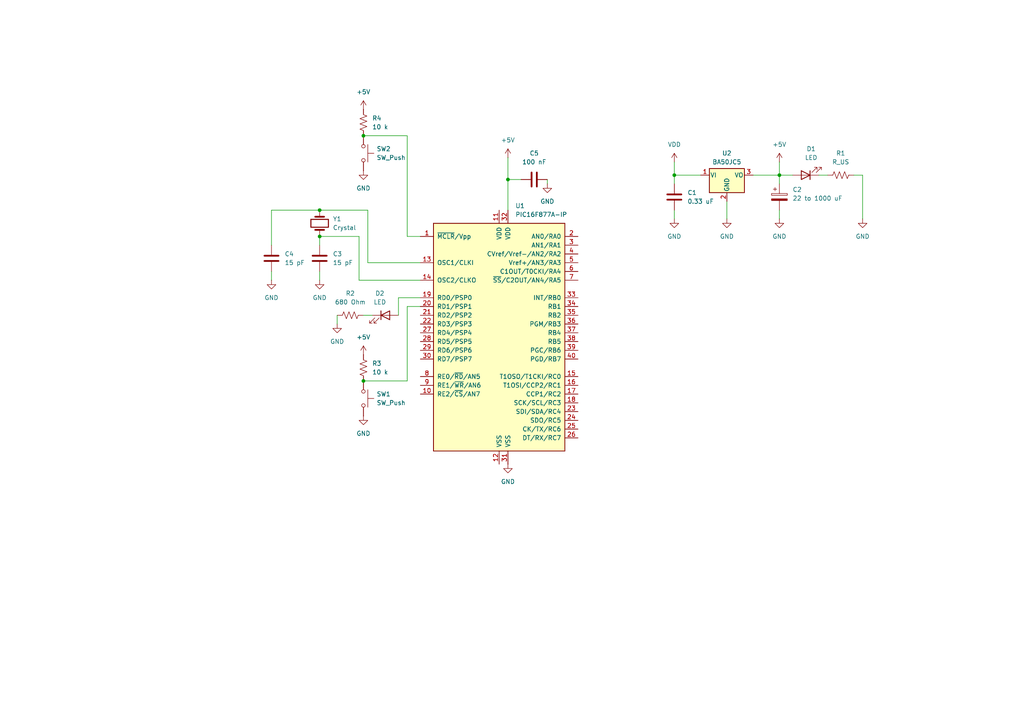
<source format=kicad_sch>
(kicad_sch (version 20250114) (generator "eeschema") (generator_version "9.0")
  (paper "A4")
  (lib_symbols
    (symbol "Device:C" (pin_numbers (hide yes)) (pin_names (offset 0.254))
      (property "Reference" "C" (at 0.635 2.54 0))
      (property "Value" "C" (at 0.635 -2.54 0))
      (symbol "C_0_1"
        (polyline (pts (xy -2.032 0.762) (xy 2.032 0.762)) (stroke (width 0.508)))
        (polyline (pts (xy -2.032 -0.762) (xy 2.032 -0.762)) (stroke (width 0.508)))
      )
      (symbol "C_1_1"
        (pin passive line (at 0 3.81 270) (length 2.794) (name "~") (number "1"))
        (pin passive line (at 0 -3.81 90) (length 2.794) (name "~") (number "2"))
      )
    )
    (symbol "Device:C_Polarized" (pin_numbers (hide yes)) (pin_names (offset 0.254))
      (property "Reference" "C" (at 0.635 2.54 0))
      (property "Value" "C_Polarized" (at 0.635 -2.54 0))
      (symbol "C_Polarized_0_1"
        (rectangle (start -2.286 0.508) (end 2.286 1.016))
        (polyline (pts (xy -1.778 2.286) (xy -0.762 2.286)))
        (polyline (pts (xy -1.27 2.794) (xy -1.27 1.778)))
        (rectangle (start 2.286 -0.508) (end -2.286 -1.016) (fill (type outline)))
      )
      (symbol "C_Polarized_1_1"
        (pin passive line (at 0 3.81 270) (length 2.794) (name "~") (number "1"))
        (pin passive line (at 0 -3.81 90) (length 2.794) (name "~") (number "2"))
      )
    )
    (symbol "Device:Crystal" (pin_numbers (hide yes)) (pin_names (offset 1.016) (hide yes))
      (property "Reference" "Y" (at 0 3.81 0))
      (property "Value" "Crystal" (at 0 -3.81 0))
      (symbol "Crystal_0_1"
        (polyline (pts (xy -2.54 0) (xy -1.905 0)))
        (polyline (pts (xy -1.905 -1.27) (xy -1.905 1.27)) (stroke (width 0.508)))
        (rectangle (start -1.143 2.54) (end 1.143 -2.54) (stroke (width 0.3048)))
        (polyline (pts (xy 1.905 -1.27) (xy 1.905 1.27)) (stroke (width 0.508)))
        (polyline (pts (xy 2.54 0) (xy 1.905 0)))
      )
      (symbol "Crystal_1_1"
        (pin passive line (at -3.81 0 0) (length 1.27) (name "1") (number "1"))
        (pin passive line (at 3.81 0 180) (length 1.27) (name "2") (number "2"))
      )
    )
    (symbol "Device:LED" (pin_numbers (hide yes)) (pin_names (offset 1.016) (hide yes))
      (property "Reference" "D" (at 0 2.54 0))
      (property "Value" "LED" (at 0 -2.54 0))
      (symbol "LED_0_1"
        (polyline (pts (xy -3.048 -0.762) (xy -4.572 -2.286) (xy -3.81 -2.286) (xy -4.572 -2.286) (xy -4.572 -1.524)))
        (polyline (pts (xy -1.778 -0.762) (xy -3.302 -2.286) (xy -2.54 -2.286) (xy -3.302 -2.286) (xy -3.302 -1.524)))
        (polyline (pts (xy -1.27 0) (xy 1.27 0)))
        (polyline (pts (xy -1.27 -1.27) (xy -1.27 1.27)) (stroke (width 0.254)))
        (polyline (pts (xy 1.27 -1.27) (xy 1.27 1.27) (xy -1.27 0) (xy 1.27 -1.27)) (stroke (width 0.254)))
      )
      (symbol "LED_1_1"
        (pin passive line (at -3.81 0 0) (length 2.54) (name "K") (number "1"))
        (pin passive line (at 3.81 0 180) (length 2.54) (name "A") (number "2"))
      )
    )
    (symbol "Device:R_US" (pin_numbers (hide yes)) (pin_names (offset 0))
      (property "Reference" "R" (at 2.54 0 90))
      (property "Value" "R_US" (at -2.54 0 90))
      (symbol "R_US_0_1"
        (polyline (pts (xy 0 2.286) (xy 0 2.54)))
        (polyline (pts (xy 0 2.286) (xy 1.016 1.905) (xy 0 1.524) (xy -1.016 1.143) (xy 0 0.762)))
        (polyline (pts (xy 0 0.762) (xy 1.016 0.381) (xy 0 0) (xy -1.016 -0.381) (xy 0 -0.762)))
        (polyline (pts (xy 0 -0.762) (xy 1.016 -1.143) (xy 0 -1.524) (xy -1.016 -1.905) (xy 0 -2.286)))
        (polyline (pts (xy 0 -2.286) (xy 0 -2.54)))
      )
      (symbol "R_US_1_1"
        (pin passive line (at 0 3.81 270) (length 1.27) (name "~") (number "1"))
        (pin passive line (at 0 -3.81 90) (length 1.27) (name "~") (number "2"))
      )
    )
    (symbol "MCU_Microchip_PIC16:PIC16F877A-IP" (pin_names (offset 1.016))
      (property "Reference" "U" (at 5.08 35.56 0))
      (property "Value" "PIC16F877A-IP" (at 5.08 33.02 0))
      (symbol "PIC16F877A-IP_0_1"
        (rectangle (start -19.05 31.75) (end 19.05 -34.29) (stroke (width 0.254)) (fill (type background)))
      )
      (symbol "PIC16F877A-IP_1_1"
        (pin input line (at -22.86 27.94 0) (length 3.81) (name "~{MCLR}/Vpp") (number "1"))
        (pin input line (at -22.86 20.32 0) (length 3.81) (name "OSC1/CLKI") (number "13"))
        (pin output line (at -22.86 15.24 0) (length 3.81) (name "OSC2/CLKO") (number "14"))
        (pin bidirectional line (at -22.86 10.16 0) (length 3.81) (name "RD0/PSP0") (number "19"))
        (pin bidirectional line (at -22.86 7.62 0) (length 3.81) (name "RD1/PSP1") (number "20"))
        (pin bidirectional line (at -22.86 5.08 0) (length 3.81) (name "RD2/PSP2") (number "21"))
        (pin bidirectional line (at -22.86 2.54 0) (length 3.81) (name "RD3/PSP3") (number "22"))
        (pin bidirectional line (at -22.86 0 0) (length 3.81) (name "RD4/PSP4") (number "27"))
        (pin bidirectional line (at -22.86 -2.54 0) (length 3.81) (name "RD5/PSP5") (number "28"))
        (pin bidirectional line (at -22.86 -5.08 0) (length 3.81) (name "RD6/PSP6") (number "29"))
        (pin bidirectional line (at -22.86 -7.62 0) (length 3.81) (name "RD7/PSP7") (number "30"))
        (pin bidirectional line (at -22.86 -12.7 0) (length 3.81) (name "RE0/~{RD}/AN5") (number "8"))
        (pin bidirectional line (at -22.86 -15.24 0) (length 3.81) (name "RE1/~{WR}/AN6") (number "9"))
        (pin bidirectional line (at -22.86 -17.78 0) (length 3.81) (name "RE2/~{CS}/AN7") (number "10"))
        (pin power_in line (at 0 35.56 270) (length 3.81) (name "VDD") (number "11"))
        (pin power_in line (at 0 -38.1 90) (length 3.81) (name "VSS") (number "12"))
        (pin power_in line (at 2.54 35.56 270) (length 3.81) (name "VDD") (number "32"))
        (pin power_in line (at 2.54 -38.1 90) (length 3.81) (name "VSS") (number "31"))
        (pin bidirectional line (at 22.86 27.94 180) (length 3.81) (name "AN0/RA0") (number "2"))
        (pin bidirectional line (at 22.86 25.4 180) (length 3.81) (name "AN1/RA1") (number "3"))
        (pin bidirectional line (at 22.86 22.86 180) (length 3.81) (name "CVref/Vref-/AN2/RA2") (number "4"))
        (pin bidirectional line (at 22.86 20.32 180) (length 3.81) (name "Vref+/AN3/RA3") (number "5"))
        (pin bidirectional line (at 22.86 17.78 180) (length 3.81) (name "C1OUT/T0CKI/RA4") (number "6"))
        (pin bidirectional line (at 22.86 15.24 180) (length 3.81) (name "~{SS}/C2OUT/AN4/RA5") (number "7"))
        (pin bidirectional line (at 22.86 10.16 180) (length 3.81) (name "INT/RB0") (number "33"))
        (pin bidirectional line (at 22.86 7.62 180) (length 3.81) (name "RB1") (number "34"))
        (pin bidirectional line (at 22.86 5.08 180) (length 3.81) (name "RB2") (number "35"))
        (pin bidirectional line (at 22.86 2.54 180) (length 3.81) (name "PGM/RB3") (number "36"))
        (pin bidirectional line (at 22.86 0 180) (length 3.81) (name "RB4") (number "37"))
        (pin bidirectional line (at 22.86 -2.54 180) (length 3.81) (name "RB5") (number "38"))
        (pin bidirectional line (at 22.86 -5.08 180) (length 3.81) (name "PGC/RB6") (number "39"))
        (pin bidirectional line (at 22.86 -7.62 180) (length 3.81) (name "PGD/RB7") (number "40"))
        (pin bidirectional line (at 22.86 -12.7 180) (length 3.81) (name "T1OSO/T1CKI/RC0") (number "15"))
        (pin bidirectional line (at 22.86 -15.24 180) (length 3.81) (name "T1OSI/CCP2/RC1") (number "16"))
        (pin bidirectional line (at 22.86 -17.78 180) (length 3.81) (name "CCP1/RC2") (number "17"))
        (pin bidirectional line (at 22.86 -20.32 180) (length 3.81) (name "SCK/SCL/RC3") (number "18"))
        (pin bidirectional line (at 22.86 -22.86 180) (length 3.81) (name "SDI/SDA/RC4") (number "23"))
        (pin bidirectional line (at 22.86 -25.4 180) (length 3.81) (name "SDO/RC5") (number "24"))
        (pin bidirectional line (at 22.86 -27.94 180) (length 3.81) (name "CK/TX/RC6") (number "25"))
        (pin bidirectional line (at 22.86 -30.48 180) (length 3.81) (name "DT/RX/RC7") (number "26"))
      )
    )
    (symbol "Regulator_Linear:LM78M05_TO220" (pin_names (offset 0.254))
      (property "Reference" "U" (at -3.81 3.175 0))
      (property "Value" "LM78M05_TO220" (at 0 3.175 0))
      (symbol "LM78M05_TO220_0_1"
        (rectangle (start -5.08 1.905) (end 5.08 -5.08) (stroke (width 0.254)) (fill (type background)))
      )
      (symbol "LM78M05_TO220_1_1"
        (pin power_in line (at -7.62 0 0) (length 2.54) (name "VI") (number "1"))
        (pin power_in line (at 0 -7.62 90) (length 2.54) (name "GND") (number "2"))
        (pin power_out line (at 7.62 0 180) (length 2.54) (name "VO") (number "3"))
      )
    )
    (symbol "Switch:SW_Push" (pin_numbers (hide yes)) (pin_names (offset 1.016) (hide yes))
      (property "Reference" "SW" (at 1.27 2.54 0))
      (property "Value" "SW_Push" (at 0 -1.524 0))
      (symbol "SW_Push_0_1"
        (circle (center -2.032 0) (radius 0.508))
        (polyline (pts (xy 0 1.27) (xy 0 3.048)))
        (circle (center 2.032 0) (radius 0.508))
        (polyline (pts (xy 2.54 1.27) (xy -2.54 1.27)))
        (pin passive line (at -5.08 0 0) (length 2.54) (name "1") (number "1"))
        (pin passive line (at 5.08 0 180) (length 2.54) (name "2") (number "2"))
      )
    )
    (symbol "power:+5V" (power) (pin_numbers (hide yes)) (pin_names (offset 0) (hide yes))
      (property "Value" "+5V" (at 0 3.556 0))
      (symbol "+5V_0_1"
        (polyline (pts (xy -0.762 1.27) (xy 0 2.54)))
        (polyline (pts (xy 0 2.54) (xy 0.762 1.27)))
        (polyline (pts (xy 0 0) (xy 0 2.54)))
      )
      (symbol "+5V_1_1"
        (pin power_in line (at 0 0 90) (length 0) (name "~") (number "1"))
      )
    )
    (symbol "power:GND" (power) (pin_numbers (hide yes)) (pin_names (offset 0) (hide yes))
      (property "Value" "GND" (at 0 -3.81 0))
      (symbol "GND_0_1"
        (polyline (pts (xy 0 0) (xy 0 -1.27) (xy 1.27 -1.27) (xy 0 -2.54) (xy -1.27 -1.27) (xy 0 -1.27)))
      )
      (symbol "GND_1_1"
        (pin power_in line (at 0 0 270) (length 0) (name "~") (number "1"))
      )
    )
    (symbol "power:VDD" (power) (pin_numbers (hide yes)) (pin_names (offset 0) (hide yes))
      (property "Value" "VDD" (at 0 3.556 0))
      (symbol "VDD_0_1"
        (polyline (pts (xy -0.762 1.27) (xy 0 2.54)))
        (polyline (pts (xy 0 2.54) (xy 0.762 1.27)))
        (polyline (pts (xy 0 0) (xy 0 2.54)))
      )
      (symbol "VDD_1_1"
        (pin power_in line (at 0 0 90) (length 0) (name "~") (number "1"))
      )
    )
  )
  (junction (at 195.58 50.8))
  (junction (at 105.41 110.49))
  (junction (at 226.06 50.8))
  (junction (at 105.41 39.37))
  (junction (at 92.71 60.96))
  (junction (at 147.32 52.07))
  (junction (at 92.71 68.58))
  (wire (pts (xy 247.65 50.8) (xy 250.19 50.8)))
  (wire (pts (xy 78.74 60.96) (xy 92.71 60.96)))
  (wire (pts (xy 226.06 46.99) (xy 226.06 50.8)))
  (wire (pts (xy 105.41 39.37) (xy 118.11 39.37)))
  (wire (pts (xy 237.49 50.8) (xy 240.03 50.8)))
  (wire (pts (xy 104.14 68.58) (xy 92.71 68.58)))
  (wire (pts (xy 118.11 68.58) (xy 118.11 39.37)))
  (wire (pts (xy 106.68 60.96) (xy 106.68 76.2)))
  (wire (pts (xy 147.32 52.07) (xy 151.13 52.07)))
  (wire (pts (xy 226.06 60.96) (xy 226.06 63.5)))
  (wire (pts (xy 92.71 60.96) (xy 106.68 60.96)))
  (wire (pts (xy 121.92 68.58) (xy 118.11 68.58)))
  (wire (pts (xy 195.58 60.96) (xy 195.58 63.5)))
  (wire (pts (xy 97.79 91.44) (xy 97.79 93.98)))
  (wire (pts (xy 78.74 78.74) (xy 78.74 81.28)))
  (wire (pts (xy 78.74 71.12) (xy 78.74 60.96)))
  (wire (pts (xy 105.41 91.44) (xy 107.95 91.44)))
  (wire (pts (xy 104.14 81.28) (xy 121.92 81.28)))
  (wire (pts (xy 115.57 86.36) (xy 115.57 91.44)))
  (wire (pts (xy 104.14 68.58) (xy 104.14 81.28)))
  (wire (pts (xy 210.82 58.42) (xy 210.82 63.5)))
  (wire (pts (xy 92.71 78.74) (xy 92.71 81.28)))
  (wire (pts (xy 118.11 110.49) (xy 105.41 110.49)))
  (wire (pts (xy 106.68 76.2) (xy 121.92 76.2)))
  (wire (pts (xy 147.32 45.72) (xy 147.32 52.07)))
  (wire (pts (xy 121.92 86.36) (xy 115.57 86.36)))
  (wire (pts (xy 226.06 50.8) (xy 226.06 53.34)))
  (wire (pts (xy 195.58 46.99) (xy 195.58 50.8)))
  (wire (pts (xy 195.58 53.34) (xy 195.58 50.8)))
  (wire (pts (xy 158.75 52.07) (xy 158.75 53.34)))
  (wire (pts (xy 92.71 68.58) (xy 92.71 71.12)))
  (wire (pts (xy 147.32 52.07) (xy 147.32 60.96)))
  (wire (pts (xy 218.44 50.8) (xy 226.06 50.8)))
  (wire (pts (xy 121.92 88.9) (xy 118.11 88.9)))
  (wire (pts (xy 118.11 88.9) (xy 118.11 110.49)))
  (wire (pts (xy 195.58 50.8) (xy 203.2 50.8)))
  (wire (pts (xy 250.19 63.5) (xy 250.19 50.8)))
  (wire (pts (xy 226.06 50.8) (xy 229.87 50.8)))
  (symbol (lib_id "power:GND") (at 226.06 63.5 0) (unit 1)
    (property "Reference" "#PWR05" (effects (hide yes)))
    (property "Value" "GND" (at 226.06 68.58 0))
    (property "Description" "Power symbol creates a global label with name \"GND\" , ground" (effects (hide yes)))
  )
  (symbol (lib_id "Device:R_US") (at 105.41 106.68 0) (unit 1)
    (property "Reference" "R3" (at 107.95 105.4099 0) (effects (justify left)))
    (property "Value" "10 k" (at 107.95 107.9499 0) (effects (justify left)))
    (property "Description" "Resistor, US symbol" (effects (hide yes)))
  )
  (symbol (lib_id "Switch:SW_Push") (at 105.41 115.57 270) (unit 1)
    (property "Reference" "SW1" (at 109.22 114.2999 90) (effects (justify left)))
    (property "Value" "SW_Push" (at 109.22 116.8399 90) (effects (justify left)))
    (property "Description" "Push button switch, generic, two pins" (effects (hide yes)))
  )
  (symbol (lib_id "power:+5V") (at 147.32 45.72 0) (unit 1)
    (property "Reference" "#PWR06" (effects (hide yes)))
    (property "Value" "+5V" (at 147.32 40.64 0))
    (property "Description" "Power symbol creates a global label with name \"+5V\"" (effects (hide yes)))
  )
  (symbol (lib_id "Regulator_Linear:LM78M05_TO220") (at 210.82 50.8 0) (unit 1)
    (property "Reference" "U2" (at 210.82 44.45 0))
    (property "Value" "BA50JC5" (at 210.82 46.99 0))
    (property "Footprint" "Package_TO_SOT_THT:TO-220-3_Vertical" (effects (hide yes)))
    (property "Datasheet" "https://www.onsemi.com/pub/Collateral/MC78M00-D.PDF" (effects (hide yes)))
    (property "Description" "Positive 500mA 35V Linear Regulator, Fixed Output 5V, TO-220" (effects (hide yes)))
  )
  (symbol (lib_id "power:VDD") (at 195.58 46.99 0) (unit 1)
    (property "Reference" "#PWR02" (effects (hide yes)))
    (property "Value" "VDD" (at 195.58 41.91 0))
    (property "Description" "Power symbol creates a global label with name \"VDD\"" (effects (hide yes)))
  )
  (symbol (lib_id "Device:R_US") (at 105.41 35.56 0) (unit 1)
    (property "Reference" "R4" (at 107.95 34.2899 0) (effects (justify left)))
    (property "Value" "10 k" (at 107.95 36.8299 0) (effects (justify left)))
    (property "Description" "Resistor, US symbol" (effects (hide yes)))
  )
  (symbol (lib_id "Device:Crystal") (at 92.71 64.77 90) (unit 1)
    (property "Reference" "Y1" (at 96.52 63.4999 90) (effects (justify right)))
    (property "Value" "Crystal" (at 96.52 66.0399 90) (effects (justify right)))
    (property "Description" "Two pin crystal" (effects (hide yes)))
  )
  (symbol (lib_id "power:+5V") (at 105.41 31.75 0) (unit 1)
    (property "Reference" "#PWR015" (effects (hide yes)))
    (property "Value" "+5V" (at 105.41 26.67 0))
    (property "Description" "Power symbol creates a global label with name \"+5V\"" (effects (hide yes)))
  )
  (symbol (lib_id "Device:R_US") (at 101.6 91.44 90) (unit 1)
    (property "Reference" "R2" (at 101.6 85.09 90))
    (property "Value" "680 Ohm" (at 101.6 87.63 90))
    (property "Description" "Resistor, US symbol" (effects (hide yes)))
  )
  (symbol (lib_id "power:GND") (at 105.41 120.65 0) (unit 1)
    (property "Reference" "#PWR013" (effects (hide yes)))
    (property "Value" "GND" (at 105.41 125.73 0))
    (property "Description" "Power symbol creates a global label with name \"GND\" , ground" (effects (hide yes)))
  )
  (symbol (lib_id "Device:C") (at 78.74 74.93 0) (unit 1)
    (property "Reference" "C4" (at 82.55 73.6599 0) (effects (justify left)))
    (property "Value" "15 pF" (at 82.55 76.1999 0) (effects (justify left)))
    (property "Description" "Unpolarized capacitor" (effects (hide yes)))
  )
  (symbol (lib_id "power:GND") (at 195.58 63.5 0) (unit 1)
    (property "Reference" "#PWR01" (effects (hide yes)))
    (property "Value" "GND" (at 195.58 68.58 0))
    (property "Description" "Power symbol creates a global label with name \"GND\" , ground" (effects (hide yes)))
  )
  (symbol (lib_id "Device:C") (at 92.71 74.93 0) (unit 1)
    (property "Reference" "C3" (at 96.52 73.6599 0) (effects (justify left)))
    (property "Value" "15 pF" (at 96.52 76.1999 0) (effects (justify left)))
    (property "Description" "Unpolarized capacitor" (effects (hide yes)))
  )
  (symbol (lib_id "power:+5V") (at 226.06 46.99 0) (unit 1)
    (property "Reference" "#PWR04" (effects (hide yes)))
    (property "Value" "+5V" (at 226.06 41.91 0))
    (property "Description" "Power symbol creates a global label with name \"+5V\"" (effects (hide yes)))
  )
  (symbol (lib_id "MCU_Microchip_PIC16:PIC16F877A-IP") (at 144.78 96.52 0) (unit 1)
    (property "Reference" "U1" (at 149.4633 59.69 0) (effects (justify left)))
    (property "Value" "PIC16F877A-IP" (at 149.4633 62.23 0) (effects (justify left)))
    (property "Footprint" "Package_DIP:DIP-40_W15.24mm" (effects (hide yes)))
    (property "Datasheet" "http://ww1.microchip.com/downloads/en/DeviceDoc/39582b.pdf" (effects (hide yes)))
    (property "Description" "8W Flash, 386B SRAM, 256B EEPROM, DIP40" (effects (hide yes)))
  )
  (symbol (lib_id "Switch:SW_Push") (at 105.41 44.45 270) (unit 1)
    (property "Reference" "SW2" (at 109.22 43.1799 90) (effects (justify left)))
    (property "Value" "SW_Push" (at 109.22 45.7199 90) (effects (justify left)))
    (property "Description" "Push button switch, generic, two pins" (effects (hide yes)))
  )
  (symbol (lib_id "power:GND") (at 105.41 49.53 0) (unit 1)
    (property "Reference" "#PWR016" (effects (hide yes)))
    (property "Value" "GND" (at 105.41 54.61 0))
    (property "Description" "Power symbol creates a global label with name \"GND\" , ground" (effects (hide yes)))
  )
  (symbol (lib_id "power:GND") (at 250.19 63.5 0) (unit 1)
    (property "Reference" "#PWR08" (effects (hide yes)))
    (property "Value" "GND" (at 250.19 68.58 0))
    (property "Description" "Power symbol creates a global label with name \"GND\" , ground" (effects (hide yes)))
  )
  (symbol (lib_id "power:GND") (at 78.74 81.28 0) (unit 1)
    (property "Reference" "#PWR09" (effects (hide yes)))
    (property "Value" "GND" (at 78.74 86.36 0))
    (property "Description" "Power symbol creates a global label with name \"GND\" , ground" (effects (hide yes)))
  )
  (symbol (lib_id "power:GND") (at 158.75 53.34 0) (unit 1)
    (property "Reference" "#PWR014" (effects (hide yes)))
    (property "Value" "GND" (at 158.75 58.42 0))
    (property "Description" "Power symbol creates a global label with name \"GND\" , ground" (effects (hide yes)))
  )
  (symbol (lib_id "power:GND") (at 97.79 93.98 0) (unit 1)
    (property "Reference" "#PWR011" (effects (hide yes)))
    (property "Value" "GND" (at 97.79 99.06 0))
    (property "Description" "Power symbol creates a global label with name \"GND\" , ground" (effects (hide yes)))
  )
  (symbol (lib_id "Device:C_Polarized") (at 226.06 57.15 0) (unit 1)
    (property "Reference" "C2" (at 229.87 54.9909 0) (effects (justify left)))
    (property "Value" "22 to 1000 uF" (at 229.87 57.5309 0) (effects (justify left)))
    (property "Description" "Polarized capacitor" (effects (hide yes)))
  )
  (symbol (lib_id "power:GND") (at 210.82 63.5 0) (unit 1)
    (property "Reference" "#PWR03" (effects (hide yes)))
    (property "Value" "GND" (at 210.82 68.58 0))
    (property "Description" "Power symbol creates a global label with name \"GND\" , ground" (effects (hide yes)))
  )
  (symbol (lib_id "Device:LED") (at 111.76 91.44 0) (unit 1)
    (property "Reference" "D2" (at 110.1725 85.09 0))
    (property "Value" "LED" (at 110.1725 87.63 0))
    (property "Description" "Light emitting diode" (effects (hide yes)))
    (property "Sim.Pins" "1=K 2=A" (effects (hide yes)))
  )
  (symbol (lib_id "Device:R_US") (at 243.84 50.8 90) (unit 1)
    (property "Reference" "R1" (at 243.84 44.45 90))
    (property "Value" "R_US" (at 243.84 46.99 90))
    (property "Description" "Resistor, US symbol" (effects (hide yes)))
  )
  (symbol (lib_id "power:+5V") (at 105.41 102.87 0) (unit 1)
    (property "Reference" "#PWR012" (effects (hide yes)))
    (property "Value" "+5V" (at 105.41 97.79 0))
    (property "Description" "Power symbol creates a global label with name \"+5V\"" (effects (hide yes)))
  )
  (symbol (lib_id "Device:C") (at 154.94 52.07 90) (unit 1)
    (property "Reference" "C5" (at 154.94 44.45 90))
    (property "Value" "100 nF" (at 154.94 46.99 90))
    (property "Description" "Unpolarized capacitor" (effects (hide yes)))
  )
  (symbol (lib_id "Device:C") (at 195.58 57.15 0) (unit 1)
    (property "Reference" "C1" (at 199.39 55.8799 0) (effects (justify left)))
    (property "Value" "0.33 uF" (at 199.39 58.4199 0) (effects (justify left)))
    (property "Description" "Unpolarized capacitor" (effects (hide yes)))
  )
  (symbol (lib_id "Device:LED") (at 233.68 50.8 180) (unit 1)
    (property "Reference" "D1" (at 235.2675 43.18 0))
    (property "Value" "LED" (at 235.2675 45.72 0))
    (property "Description" "Light emitting diode" (effects (hide yes)))
    (property "Sim.Pins" "1=K 2=A" (effects (hide yes)))
  )
  (symbol (lib_id "power:GND") (at 92.71 81.28 0) (unit 1)
    (property "Reference" "#PWR010" (effects (hide yes)))
    (property "Value" "GND" (at 92.71 86.36 0))
    (property "Description" "Power symbol creates a global label with name \"GND\" , ground" (effects (hide yes)))
  )
  (symbol (lib_id "power:GND") (at 147.32 134.62 0) (unit 1)
    (property "Reference" "#PWR07" (effects (hide yes)))
    (property "Value" "GND" (at 147.32 139.7 0))
    (property "Description" "Power symbol creates a global label with name \"GND\" , ground" (effects (hide yes)))
  )
)
</source>
